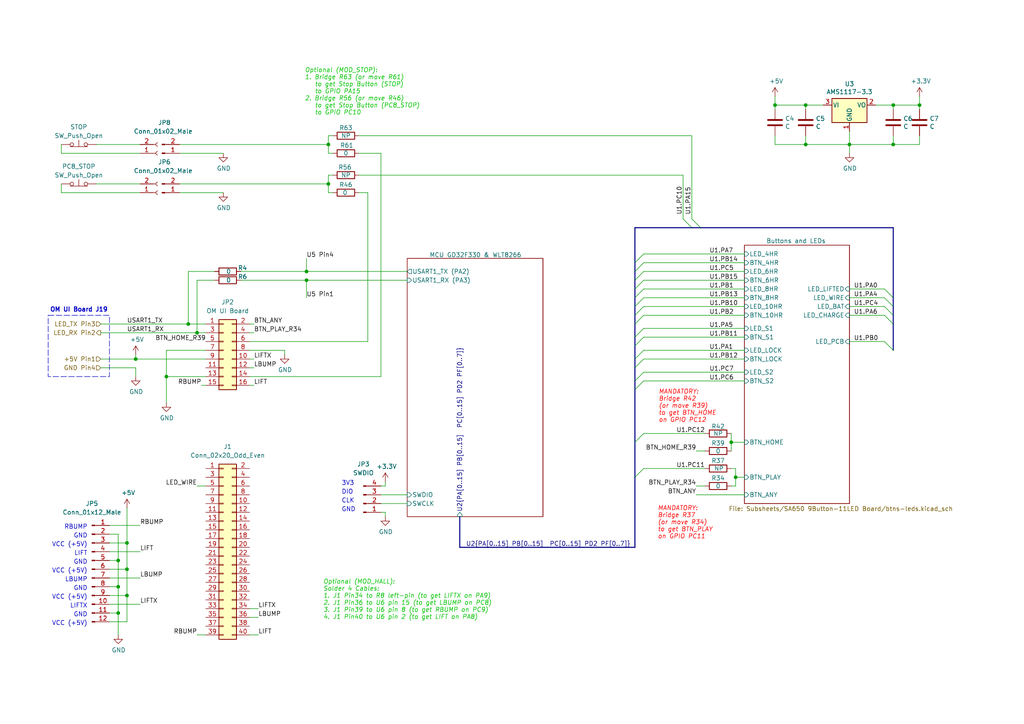
<source format=kicad_sch>
(kicad_sch (version 20231120) (generator "eeschema") (generator_version "8.0")
  (paper "A4")
  (title_block (title "YardForce SA650 9Buttons 11LEDs CoverUI") (date "2024-06-27") (rev "0.1") (comment 1 "(c) Apehaenger") (comment 2 "For https://openmower.de") (comment 3 "RM-ECOW-V1.1.0 2019.02.18 with GD32F330R8T6"))
  (lib_symbols
    (symbol "Connector:Conn_01x02_Female" (pin_names (offset 1.016) hide)
      (property "Reference" "J" (at 0 2.54 0))
      (property "Value" "Conn_01x02_Female" (at 0 -5.08 0))
      (symbol "Conn_01x02_Female_1_1"
        (arc (start 0 -2.032) (mid -0.5058 -2.54) (end 0 -3.048) (stroke (width 0.1524)))
        (polyline (pts (xy -1.27 -2.54) (xy -0.508 -2.54)) (stroke (width 0.1524)))
        (polyline (pts (xy -1.27 0) (xy -0.508 0)) (stroke (width 0.1524)))
        (arc (start 0 0.508) (mid -0.5058 0) (end 0 -0.508) (stroke (width 0.1524)))
        (pin passive line (at -5.08 0 0) (length 3.81) (name "Pin_1") (number "1"))
        (pin passive line (at -5.08 -2.54 0) (length 3.81) (name "Pin_2") (number "2"))
      )
    )
    (symbol "Connector:Conn_01x02_Male" (pin_names (offset 1.016) hide)
      (property "Reference" "J" (at 0 2.54 0))
      (property "Value" "Conn_01x02_Male" (at 0 -5.08 0))
      (symbol "Conn_01x02_Male_1_1"
        (polyline (pts (xy 1.27 -2.54) (xy 0.8636 -2.54)) (stroke (width 0.1524)))
        (polyline (pts (xy 1.27 0) (xy 0.8636 0)) (stroke (width 0.1524)))
        (rectangle (start 0.8636 -2.413) (end 0 -2.667) (stroke (width 0.1524)) (fill (type outline)))
        (rectangle (start 0.8636 0.127) (end 0 -0.127) (stroke (width 0.1524)) (fill (type outline)))
        (pin passive line (at 5.08 0 180) (length 3.81) (name "Pin_1") (number "1"))
        (pin passive line (at 5.08 -2.54 180) (length 3.81) (name "Pin_2") (number "2"))
      )
    )
    (symbol "Connector:Conn_01x04_Male" (pin_names (offset 1.016) hide)
      (property "Reference" "J" (at 0 5.08 0))
      (property "Value" "Conn_01x04_Male" (at 0 -7.62 0))
      (symbol "Conn_01x04_Male_1_1"
        (polyline (pts (xy 1.27 -5.08) (xy 0.8636 -5.08)) (stroke (width 0.1524)))
        (polyline (pts (xy 1.27 -2.54) (xy 0.8636 -2.54)) (stroke (width 0.1524)))
        (polyline (pts (xy 1.27 0) (xy 0.8636 0)) (stroke (width 0.1524)))
        (polyline (pts (xy 1.27 2.54) (xy 0.8636 2.54)) (stroke (width 0.1524)))
        (rectangle (start 0.8636 -4.953) (end 0 -5.207) (stroke (width 0.1524)) (fill (type outline)))
        (rectangle (start 0.8636 -2.413) (end 0 -2.667) (stroke (width 0.1524)) (fill (type outline)))
        (rectangle (start 0.8636 0.127) (end 0 -0.127) (stroke (width 0.1524)) (fill (type outline)))
        (rectangle (start 0.8636 2.667) (end 0 2.413) (stroke (width 0.1524)) (fill (type outline)))
        (pin passive line (at 5.08 2.54 180) (length 3.81) (name "Pin_1") (number "1"))
        (pin passive line (at 5.08 0 180) (length 3.81) (name "Pin_2") (number "2"))
        (pin passive line (at 5.08 -2.54 180) (length 3.81) (name "Pin_3") (number "3"))
        (pin passive line (at 5.08 -5.08 180) (length 3.81) (name "Pin_4") (number "4"))
      )
    )
    (symbol "Connector:Conn_01x12_Male" (pin_names (offset 1.016) hide)
      (property "Reference" "J" (at 0 15.24 0))
      (property "Value" "Conn_01x12_Male" (at 0 -17.78 0))
      (symbol "Conn_01x12_Male_1_1"
        (polyline (pts (xy 1.27 -15.24) (xy 0.8636 -15.24)) (stroke (width 0.1524)))
        (polyline (pts (xy 1.27 -12.7) (xy 0.8636 -12.7)) (stroke (width 0.1524)))
        (polyline (pts (xy 1.27 -10.16) (xy 0.8636 -10.16)) (stroke (width 0.1524)))
        (polyline (pts (xy 1.27 -7.62) (xy 0.8636 -7.62)) (stroke (width 0.1524)))
        (polyline (pts (xy 1.27 -5.08) (xy 0.8636 -5.08)) (stroke (width 0.1524)))
        (polyline (pts (xy 1.27 -2.54) (xy 0.8636 -2.54)) (stroke (width 0.1524)))
        (polyline (pts (xy 1.27 0) (xy 0.8636 0)) (stroke (width 0.1524)))
        (polyline (pts (xy 1.27 2.54) (xy 0.8636 2.54)) (stroke (width 0.1524)))
        (polyline (pts (xy 1.27 5.08) (xy 0.8636 5.08)) (stroke (width 0.1524)))
        (polyline (pts (xy 1.27 7.62) (xy 0.8636 7.62)) (stroke (width 0.1524)))
        (polyline (pts (xy 1.27 10.16) (xy 0.8636 10.16)) (stroke (width 0.1524)))
        (polyline (pts (xy 1.27 12.7) (xy 0.8636 12.7)) (stroke (width 0.1524)))
        (rectangle (start 0.8636 -15.113) (end 0 -15.367) (stroke (width 0.1524)) (fill (type outline)))
        (rectangle (start 0.8636 -12.573) (end 0 -12.827) (stroke (width 0.1524)) (fill (type outline)))
        (rectangle (start 0.8636 -10.033) (end 0 -10.287) (stroke (width 0.1524)) (fill (type outline)))
        (rectangle (start 0.8636 -7.493) (end 0 -7.747) (stroke (width 0.1524)) (fill (type outline)))
        (rectangle (start 0.8636 -4.953) (end 0 -5.207) (stroke (width 0.1524)) (fill (type outline)))
        (rectangle (start 0.8636 -2.413) (end 0 -2.667) (stroke (width 0.1524)) (fill (type outline)))
        (rectangle (start 0.8636 0.127) (end 0 -0.127) (stroke (width 0.1524)) (fill (type outline)))
        (rectangle (start 0.8636 2.667) (end 0 2.413) (stroke (width 0.1524)) (fill (type outline)))
        (rectangle (start 0.8636 5.207) (end 0 4.953) (stroke (width 0.1524)) (fill (type outline)))
        (rectangle (start 0.8636 7.747) (end 0 7.493) (stroke (width 0.1524)) (fill (type outline)))
        (rectangle (start 0.8636 10.287) (end 0 10.033) (stroke (width 0.1524)) (fill (type outline)))
        (rectangle (start 0.8636 12.827) (end 0 12.573) (stroke (width 0.1524)) (fill (type outline)))
        (pin passive line (at 5.08 12.7 180) (length 3.81) (name "Pin_1") (number "1"))
        (pin passive line (at 5.08 -10.16 180) (length 3.81) (name "Pin_10") (number "10"))
        (pin passive line (at 5.08 -12.7 180) (length 3.81) (name "Pin_11") (number "11"))
        (pin passive line (at 5.08 -15.24 180) (length 3.81) (name "Pin_12") (number "12"))
        (pin passive line (at 5.08 10.16 180) (length 3.81) (name "Pin_2") (number "2"))
        (pin passive line (at 5.08 7.62 180) (length 3.81) (name "Pin_3") (number "3"))
        (pin passive line (at 5.08 5.08 180) (length 3.81) (name "Pin_4") (number "4"))
        (pin passive line (at 5.08 2.54 180) (length 3.81) (name "Pin_5") (number "5"))
        (pin passive line (at 5.08 0 180) (length 3.81) (name "Pin_6") (number "6"))
        (pin passive line (at 5.08 -2.54 180) (length 3.81) (name "Pin_7") (number "7"))
        (pin passive line (at 5.08 -5.08 180) (length 3.81) (name "Pin_8") (number "8"))
        (pin passive line (at 5.08 -7.62 180) (length 3.81) (name "Pin_9") (number "9"))
      )
    )
    (symbol "Connector_Generic:Conn_02x08_Odd_Even" (pin_names (offset 1.016) hide)
      (property "Reference" "J" (at 1.27 10.16 0))
      (property "Value" "Conn_02x08_Odd_Even" (at 1.27 -12.7 0))
      (symbol "Conn_02x08_Odd_Even_1_1"
        (rectangle (start -1.27 -10.033) (end 0 -10.287) (stroke (width 0.1524)))
        (rectangle (start -1.27 -7.493) (end 0 -7.747) (stroke (width 0.1524)))
        (rectangle (start -1.27 -4.953) (end 0 -5.207) (stroke (width 0.1524)))
        (rectangle (start -1.27 -2.413) (end 0 -2.667) (stroke (width 0.1524)))
        (rectangle (start -1.27 0.127) (end 0 -0.127) (stroke (width 0.1524)))
        (rectangle (start -1.27 2.667) (end 0 2.413) (stroke (width 0.1524)))
        (rectangle (start -1.27 5.207) (end 0 4.953) (stroke (width 0.1524)))
        (rectangle (start -1.27 7.747) (end 0 7.493) (stroke (width 0.1524)))
        (rectangle (start -1.27 8.89) (end 3.81 -11.43) (stroke (width 0.254)) (fill (type background)))
        (rectangle (start 3.81 -10.033) (end 2.54 -10.287) (stroke (width 0.1524)))
        (rectangle (start 3.81 -7.493) (end 2.54 -7.747) (stroke (width 0.1524)))
        (rectangle (start 3.81 -4.953) (end 2.54 -5.207) (stroke (width 0.1524)))
        (rectangle (start 3.81 -2.413) (end 2.54 -2.667) (stroke (width 0.1524)))
        (rectangle (start 3.81 0.127) (end 2.54 -0.127) (stroke (width 0.1524)))
        (rectangle (start 3.81 2.667) (end 2.54 2.413) (stroke (width 0.1524)))
        (rectangle (start 3.81 5.207) (end 2.54 4.953) (stroke (width 0.1524)))
        (rectangle (start 3.81 7.747) (end 2.54 7.493) (stroke (width 0.1524)))
        (pin passive line (at -5.08 7.62 0) (length 3.81) (name "Pin_1") (number "1"))
        (pin passive line (at 7.62 -2.54 180) (length 3.81) (name "Pin_10") (number "10"))
        (pin passive line (at -5.08 -5.08 0) (length 3.81) (name "Pin_11") (number "11"))
        (pin passive line (at 7.62 -5.08 180) (length 3.81) (name "Pin_12") (number "12"))
        (pin passive line (at -5.08 -7.62 0) (length 3.81) (name "Pin_13") (number "13"))
        (pin passive line (at 7.62 -7.62 180) (length 3.81) (name "Pin_14") (number "14"))
        (pin passive line (at -5.08 -10.16 0) (length 3.81) (name "Pin_15") (number "15"))
        (pin passive line (at 7.62 -10.16 180) (length 3.81) (name "Pin_16") (number "16"))
        (pin passive line (at 7.62 7.62 180) (length 3.81) (name "Pin_2") (number "2"))
        (pin passive line (at -5.08 5.08 0) (length 3.81) (name "Pin_3") (number "3"))
        (pin passive line (at 7.62 5.08 180) (length 3.81) (name "Pin_4") (number "4"))
        (pin passive line (at -5.08 2.54 0) (length 3.81) (name "Pin_5") (number "5"))
        (pin passive line (at 7.62 2.54 180) (length 3.81) (name "Pin_6") (number "6"))
        (pin passive line (at -5.08 0 0) (length 3.81) (name "Pin_7") (number "7"))
        (pin passive line (at 7.62 0 180) (length 3.81) (name "Pin_8") (number "8"))
        (pin passive line (at -5.08 -2.54 0) (length 3.81) (name "Pin_9") (number "9"))
      )
    )
    (symbol "Connector_Generic:Conn_02x20_Odd_Even" (pin_names (offset 1.016) hide)
      (property "Reference" "J" (at 1.27 25.4 0))
      (property "Value" "Conn_02x20_Odd_Even" (at 1.27 -27.94 0))
      (symbol "Conn_02x20_Odd_Even_1_1"
        (rectangle (start -1.27 -25.273) (end 0 -25.527) (stroke (width 0.1524)))
        (rectangle (start -1.27 -22.733) (end 0 -22.987) (stroke (width 0.1524)))
        (rectangle (start -1.27 -20.193) (end 0 -20.447) (stroke (width 0.1524)))
        (rectangle (start -1.27 -17.653) (end 0 -17.907) (stroke (width 0.1524)))
        (rectangle (start -1.27 -15.113) (end 0 -15.367) (stroke (width 0.1524)))
        (rectangle (start -1.27 -12.573) (end 0 -12.827) (stroke (width 0.1524)))
        (rectangle (start -1.27 -10.033) (end 0 -10.287) (stroke (width 0.1524)))
        (rectangle (start -1.27 -7.493) (end 0 -7.747) (stroke (width 0.1524)))
        (rectangle (start -1.27 -4.953) (end 0 -5.207) (stroke (width 0.1524)))
        (rectangle (start -1.27 -2.413) (end 0 -2.667) (stroke (width 0.1524)))
        (rectangle (start -1.27 0.127) (end 0 -0.127) (stroke (width 0.1524)))
        (rectangle (start -1.27 2.667) (end 0 2.413) (stroke (width 0.1524)))
        (rectangle (start -1.27 5.207) (end 0 4.953) (stroke (width 0.1524)))
        (rectangle (start -1.27 7.747) (end 0 7.493) (stroke (width 0.1524)))
        (rectangle (start -1.27 10.287) (end 0 10.033) (stroke (width 0.1524)))
        (rectangle (start -1.27 12.827) (end 0 12.573) (stroke (width 0.1524)))
        (rectangle (start -1.27 15.367) (end 0 15.113) (stroke (width 0.1524)))
        (rectangle (start -1.27 17.907) (end 0 17.653) (stroke (width 0.1524)))
        (rectangle (start -1.27 20.447) (end 0 20.193) (stroke (width 0.1524)))
        (rectangle (start -1.27 22.987) (end 0 22.733) (stroke (width 0.1524)))
        (rectangle (start -1.27 24.13) (end 3.81 -26.67) (stroke (width 0.254)) (fill (type background)))
        (rectangle (start 3.81 -25.273) (end 2.54 -25.527) (stroke (width 0.1524)))
        (rectangle (start 3.81 -22.733) (end 2.54 -22.987) (stroke (width 0.1524)))
        (rectangle (start 3.81 -20.193) (end 2.54 -20.447) (stroke (width 0.1524)))
        (rectangle (start 3.81 -17.653) (end 2.54 -17.907) (stroke (width 0.1524)))
        (rectangle (start 3.81 -15.113) (end 2.54 -15.367) (stroke (width 0.1524)))
        (rectangle (start 3.81 -12.573) (end 2.54 -12.827) (stroke (width 0.1524)))
        (rectangle (start 3.81 -10.033) (end 2.54 -10.287) (stroke (width 0.1524)))
        (rectangle (start 3.81 -7.493) (end 2.54 -7.747) (stroke (width 0.1524)))
        (rectangle (start 3.81 -4.953) (end 2.54 -5.207) (stroke (width 0.1524)))
        (rectangle (start 3.81 -2.413) (end 2.54 -2.667) (stroke (width 0.1524)))
        (rectangle (start 3.81 0.127) (end 2.54 -0.127) (stroke (width 0.1524)))
        (rectangle (start 3.81 2.667) (end 2.54 2.413) (stroke (width 0.1524)))
        (rectangle (start 3.81 5.207) (end 2.54 4.953) (stroke (width 0.1524)))
        (rectangle (start 3.81 7.747) (end 2.54 7.493) (stroke (width 0.1524)))
        (rectangle (start 3.81 10.287) (end 2.54 10.033) (stroke (width 0.1524)))
        (rectangle (start 3.81 12.827) (end 2.54 12.573) (stroke (width 0.1524)))
        (rectangle (start 3.81 15.367) (end 2.54 15.113) (stroke (width 0.1524)))
        (rectangle (start 3.81 17.907) (end 2.54 17.653) (stroke (width 0.1524)))
        (rectangle (start 3.81 20.447) (end 2.54 20.193) (stroke (width 0.1524)))
        (rectangle (start 3.81 22.987) (end 2.54 22.733) (stroke (width 0.1524)))
        (pin passive line (at -5.08 22.86 0) (length 3.81) (name "Pin_1") (number "1"))
        (pin passive line (at 7.62 12.7 180) (length 3.81) (name "Pin_10") (number "10"))
        (pin passive line (at -5.08 10.16 0) (length 3.81) (name "Pin_11") (number "11"))
        (pin passive line (at 7.62 10.16 180) (length 3.81) (name "Pin_12") (number "12"))
        (pin passive line (at -5.08 7.62 0) (length 3.81) (name "Pin_13") (number "13"))
        (pin passive line (at 7.62 7.62 180) (length 3.81) (name "Pin_14") (number "14"))
        (pin passive line (at -5.08 5.08 0) (length 3.81) (name "Pin_15") (number "15"))
        (pin passive line (at 7.62 5.08 180) (length 3.81) (name "Pin_16") (number "16"))
        (pin passive line (at -5.08 2.54 0) (length 3.81) (name "Pin_17") (number "17"))
        (pin passive line (at 7.62 2.54 180) (length 3.81) (name "Pin_18") (number "18"))
        (pin passive line (at -5.08 0 0) (length 3.81) (name "Pin_19") (number "19"))
        (pin passive line (at 7.62 22.86 180) (length 3.81) (name "Pin_2") (number "2"))
        (pin passive line (at 7.62 0 180) (length 3.81) (name "Pin_20") (number "20"))
        (pin passive line (at -5.08 -2.54 0) (length 3.81) (name "Pin_21") (number "21"))
        (pin passive line (at 7.62 -2.54 180) (length 3.81) (name "Pin_22") (number "22"))
        (pin passive line (at -5.08 -5.08 0) (length 3.81) (name "Pin_23") (number "23"))
        (pin passive line (at 7.62 -5.08 180) (length 3.81) (name "Pin_24") (number "24"))
        (pin passive line (at -5.08 -7.62 0) (length 3.81) (name "Pin_25") (number "25"))
        (pin passive line (at 7.62 -7.62 180) (length 3.81) (name "Pin_26") (number "26"))
        (pin passive line (at -5.08 -10.16 0) (length 3.81) (name "Pin_27") (number "27"))
        (pin passive line (at 7.62 -10.16 180) (length 3.81) (name "Pin_28") (number "28"))
        (pin passive line (at -5.08 -12.7 0) (length 3.81) (name "Pin_29") (number "29"))
        (pin passive line (at -5.08 20.32 0) (length 3.81) (name "Pin_3") (number "3"))
        (pin passive line (at 7.62 -12.7 180) (length 3.81) (name "Pin_30") (number "30"))
        (pin passive line (at -5.08 -15.24 0) (length 3.81) (name "Pin_31") (number "31"))
        (pin passive line (at 7.62 -15.24 180) (length 3.81) (name "Pin_32") (number "32"))
        (pin passive line (at -5.08 -17.78 0) (length 3.81) (name "Pin_33") (number "33"))
        (pin passive line (at 7.62 -17.78 180) (length 3.81) (name "Pin_34") (number "34"))
        (pin passive line (at -5.08 -20.32 0) (length 3.81) (name "Pin_35") (number "35"))
        (pin passive line (at 7.62 -20.32 180) (length 3.81) (name "Pin_36") (number "36"))
        (pin passive line (at -5.08 -22.86 0) (length 3.81) (name "Pin_37") (number "37"))
        (pin passive line (at 7.62 -22.86 180) (length 3.81) (name "Pin_38") (number "38"))
        (pin passive line (at -5.08 -25.4 0) (length 3.81) (name "Pin_39") (number "39"))
        (pin passive line (at 7.62 20.32 180) (length 3.81) (name "Pin_4") (number "4"))
        (pin passive line (at 7.62 -25.4 180) (length 3.81) (name "Pin_40") (number "40"))
        (pin passive line (at -5.08 17.78 0) (length 3.81) (name "Pin_5") (number "5"))
        (pin passive line (at 7.62 17.78 180) (length 3.81) (name "Pin_6") (number "6"))
        (pin passive line (at -5.08 15.24 0) (length 3.81) (name "Pin_7") (number "7"))
        (pin passive line (at 7.62 15.24 180) (length 3.81) (name "Pin_8") (number "8"))
        (pin passive line (at -5.08 12.7 0) (length 3.81) (name "Pin_9") (number "9"))
      )
    )
    (symbol "Device:C" (pin_numbers hide) (pin_names (offset 0.254))
      (property "Reference" "C" (at 0.635 2.54 0))
      (property "Value" "C" (at 0.635 -2.54 0))
      (symbol "C_0_1"
        (polyline (pts (xy -2.032 -0.762) (xy 2.032 -0.762)) (stroke (width 0.508)))
        (polyline (pts (xy -2.032 0.762) (xy 2.032 0.762)) (stroke (width 0.508)))
      )
      (symbol "C_1_1"
        (pin passive line (at 0 3.81 270) (length 2.794) (name "~") (number "1"))
        (pin passive line (at 0 -3.81 90) (length 2.794) (name "~") (number "2"))
      )
    )
    (symbol "Device:R" (pin_numbers hide) (pin_names (offset 0))
      (property "Reference" "R" (at 2.032 0 90))
      (property "Value" "R" (at 0 0 90))
      (symbol "R_0_1"
        (rectangle (start -1.016 -2.54) (end 1.016 2.54) (stroke (width 0.254)))
      )
      (symbol "R_1_1"
        (pin passive line (at 0 3.81 270) (length 1.27) (name "~") (number "1"))
        (pin passive line (at 0 -3.81 90) (length 1.27) (name "~") (number "2"))
      )
    )
    (symbol "Regulator_Linear:AMS1117-3.3" (pin_names (offset 0.254))
      (property "Reference" "U" (at -3.81 3.175 0))
      (property "Value" "AMS1117-3.3" (at 0 3.175 0))
      (symbol "AMS1117-3.3_0_1"
        (rectangle (start -5.08 -5.08) (end 5.08 1.905) (stroke (width 0.254)) (fill (type background)))
      )
      (symbol "AMS1117-3.3_1_1"
        (pin power_in line (at 0 -7.62 90) (length 2.54) (name "GND") (number "1"))
        (pin power_out line (at 7.62 0 180) (length 2.54) (name "VO") (number "2"))
        (pin power_in line (at -7.62 0 0) (length 2.54) (name "VI") (number "3"))
      )
    )
    (symbol "Switch:SW_Push_Open" (pin_numbers hide) (pin_names (offset 1.016) hide)
      (property "Reference" "SW" (at 0 2.54 0))
      (property "Value" "SW_Push_Open" (at 0 -1.905 0))
      (symbol "SW_Push_Open_0_1"
        (circle (center -2.032 0) (radius 0.508))
        (polyline (pts (xy -2.54 -0.635) (xy 2.54 -0.635)))
        (polyline (pts (xy 0 -0.635) (xy 0 1.27)))
        (circle (center 2.032 0) (radius 0.508))
        (pin passive line (at -5.08 0 0) (length 2.54) (name "A") (number "1"))
      )
      (symbol "SW_Push_Open_1_1"
        (pin passive line (at 5.08 0 180) (length 2.54) (name "B") (number "2"))
      )
    )
    (symbol "power:+3.3V" (power) (pin_names (offset 0))
      (property "Value" "+3.3V" (at 0 3.556 0))
      (symbol "+3.3V_0_1"
        (polyline (pts (xy -0.762 1.27) (xy 0 2.54)))
        (polyline (pts (xy 0 0) (xy 0 2.54)))
        (polyline (pts (xy 0 2.54) (xy 0.762 1.27)))
      )
      (symbol "+3.3V_1_1"
        (pin power_in line (at 0 0 90) (length 0) hide (name "+3.3V") (number "1"))
      )
    )
    (symbol "power:+5V" (power) (pin_names (offset 0))
      (property "Value" "+5V" (at 0 3.556 0))
      (symbol "+5V_0_1"
        (polyline (pts (xy -0.762 1.27) (xy 0 2.54)))
        (polyline (pts (xy 0 0) (xy 0 2.54)))
        (polyline (pts (xy 0 2.54) (xy 0.762 1.27)))
      )
      (symbol "+5V_1_1"
        (pin power_in line (at 0 0 90) (length 0) hide (name "+5V") (number "1"))
      )
    )
    (symbol "power:GND" (power) (pin_names (offset 0))
      (property "Value" "GND" (at 0 -3.81 0))
      (symbol "GND_0_1"
        (polyline (pts (xy 0 0) (xy 0 -1.27) (xy 1.27 -1.27) (xy 0 -2.54) (xy -1.27 -1.27) (xy 0 -1.27)))
      )
      (symbol "GND_1_1"
        (pin power_in line (at 0 0 270) (length 0) hide (name "GND") (number "1"))
      )
    )
  )
  (junction (at 57.15 96.52))
  (junction (at 34.29 162.56))
  (junction (at 88.9 78.74))
  (junction (at 233.68 41.91))
  (junction (at 246.38 41.91))
  (junction (at 34.29 170.18))
  (junction (at 39.37 104.14))
  (junction (at 259.08 41.91))
  (junction (at 259.08 30.48))
  (junction (at 233.68 30.48))
  (junction (at 36.83 172.72))
  (junction (at 88.9 81.28))
  (junction (at 95.25 41.91))
  (junction (at 48.26 109.22))
  (junction (at 54.61 93.98))
  (junction (at 34.29 177.8))
  (junction (at 95.25 53.34))
  (junction (at 266.7 30.48))
  (junction (at 212.09 128.27))
  (junction (at 213.36 138.43))
  (junction (at 36.83 157.48))
  (junction (at 224.79 30.48))
  (junction (at 36.83 165.1))
  (bus_entry (at 184.15 104.14) (size 2.54 -2.54))
  (bus_entry (at 184.15 106.68) (size 2.54 -2.54))
  (bus_entry (at 184.15 83.82) (size 2.54 -2.54))
  (bus_entry (at 184.15 100.33) (size 2.54 -2.54))
  (bus_entry (at 198.12 63.5) (size 2.54 2.54))
  (bus_entry (at 259.08 101.6) (size -2.54 -2.54))
  (bus_entry (at 184.15 88.9) (size 2.54 -2.54))
  (bus_entry (at 184.15 91.44) (size 2.54 -2.54))
  (bus_entry (at 184.15 128.27) (size 2.54 -2.54))
  (bus_entry (at 259.08 88.9) (size -2.54 -2.54))
  (bus_entry (at 184.15 110.49) (size 2.54 -2.54))
  (bus_entry (at 184.15 97.79) (size 2.54 -2.54))
  (bus_entry (at 184.15 113.03) (size 2.54 -2.54))
  (bus_entry (at 184.15 81.28) (size 2.54 -2.54))
  (bus_entry (at 259.08 93.98) (size -2.54 -2.54))
  (bus_entry (at 259.08 91.44) (size -2.54 -2.54))
  (bus_entry (at 184.15 86.36) (size 2.54 -2.54))
  (bus_entry (at 184.15 93.98) (size 2.54 -2.54))
  (bus_entry (at 200.66 63.5) (size 2.54 2.54))
  (bus_entry (at 184.15 138.43) (size 2.54 -2.54))
  (bus_entry (at 184.15 76.2) (size 2.54 -2.54))
  (bus_entry (at 259.08 86.36) (size -2.54 -2.54))
  (bus_entry (at 184.15 78.74) (size 2.54 -2.54))
  (wire (pts (xy 246.38 88.9) (xy 256.54 88.9)))
  (wire (pts (xy 266.7 30.48) (xy 266.7 31.75)))
  (wire (pts (xy 57.15 96.52) (xy 59.69 96.52)))
  (wire (pts (xy 224.79 30.48) (xy 224.79 31.75)))
  (bus (pts (xy 184.15 86.36) (xy 184.15 83.82)))
  (wire (pts (xy 186.69 97.79) (xy 215.9 97.79)))
  (wire (pts (xy 54.61 78.74) (xy 62.23 78.74)))
  (wire (pts (xy 186.69 83.82) (xy 215.9 83.82)))
  (wire (pts (xy 212.09 128.27) (xy 212.09 130.81)))
  (wire (pts (xy 213.36 138.43) (xy 215.9 138.43)))
  (wire (pts (xy 40.64 55.88) (xy 17.78 55.88)))
  (wire (pts (xy 104.14 50.8) (xy 198.12 50.8)))
  (wire (pts (xy 213.36 140.97) (xy 213.36 138.43)))
  (wire (pts (xy 233.68 30.48) (xy 238.76 30.48)))
  (wire (pts (xy 31.75 172.72) (xy 36.83 172.72)))
  (wire (pts (xy 95.25 55.88) (xy 96.52 55.88)))
  (wire (pts (xy 110.49 44.45) (xy 110.49 109.22)))
  (wire (pts (xy 110.49 148.59) (xy 111.76 148.59)))
  (wire (pts (xy 52.07 44.45) (xy 64.77 44.45)))
  (wire (pts (xy 88.9 74.93) (xy 88.9 78.74)))
  (wire (pts (xy 259.08 30.48) (xy 266.7 30.48)))
  (bus (pts (xy 184.15 104.14) (xy 184.15 106.68)))
  (wire (pts (xy 73.66 106.68) (xy 72.39 106.68)))
  (wire (pts (xy 246.38 38.1) (xy 246.38 41.91)))
  (wire (pts (xy 200.66 39.37) (xy 200.66 63.5)))
  (wire (pts (xy 29.21 96.52) (xy 57.15 96.52)))
  (wire (pts (xy 110.49 146.05) (xy 118.11 146.05)))
  (bus (pts (xy 259.08 86.36) (xy 259.08 88.9)))
  (bus (pts (xy 184.15 81.28) (xy 184.15 83.82)))
  (wire (pts (xy 95.25 53.34) (xy 95.25 55.88)))
  (wire (pts (xy 29.21 93.98) (xy 54.61 93.98)))
  (wire (pts (xy 39.37 104.14) (xy 59.69 104.14)))
  (wire (pts (xy 201.93 140.97) (xy 204.47 140.97)))
  (wire (pts (xy 246.38 86.36) (xy 256.54 86.36)))
  (wire (pts (xy 69.85 81.28) (xy 88.9 81.28)))
  (wire (pts (xy 95.25 41.91) (xy 52.07 41.91)))
  (wire (pts (xy 186.69 76.2) (xy 215.9 76.2)))
  (wire (pts (xy 186.69 125.73) (xy 204.47 125.73)))
  (wire (pts (xy 104.14 39.37) (xy 200.66 39.37)))
  (wire (pts (xy 39.37 106.68) (xy 39.37 109.22)))
  (wire (pts (xy 74.93 184.15) (xy 72.39 184.15)))
  (wire (pts (xy 48.26 109.22) (xy 59.69 109.22)))
  (wire (pts (xy 266.7 41.91) (xy 266.7 39.37)))
  (wire (pts (xy 212.09 140.97) (xy 213.36 140.97)))
  (wire (pts (xy 57.15 140.97) (xy 59.69 140.97)))
  (wire (pts (xy 95.25 44.45) (xy 95.25 41.91)))
  (wire (pts (xy 54.61 78.74) (xy 54.61 93.98)))
  (wire (pts (xy 95.25 39.37) (xy 95.25 41.91)))
  (wire (pts (xy 82.55 101.6) (xy 82.55 102.87)))
  (wire (pts (xy 110.49 143.51) (xy 118.11 143.51)))
  (wire (pts (xy 110.49 44.45) (xy 104.14 44.45)))
  (wire (pts (xy 186.69 107.95) (xy 215.9 107.95)))
  (wire (pts (xy 186.69 135.89) (xy 204.47 135.89)))
  (wire (pts (xy 88.9 78.74) (xy 118.11 78.74)))
  (wire (pts (xy 224.79 30.48) (xy 233.68 30.48)))
  (wire (pts (xy 186.69 81.28) (xy 215.9 81.28)))
  (wire (pts (xy 186.69 104.14) (xy 215.9 104.14)))
  (wire (pts (xy 110.49 140.97) (xy 111.76 140.97)))
  (wire (pts (xy 186.69 101.6) (xy 215.9 101.6)))
  (wire (pts (xy 246.38 41.91) (xy 259.08 41.91)))
  (wire (pts (xy 254 30.48) (xy 259.08 30.48)))
  (wire (pts (xy 88.9 81.28) (xy 118.11 81.28)))
  (wire (pts (xy 259.08 41.91) (xy 266.7 41.91)))
  (wire (pts (xy 224.79 39.37) (xy 224.79 41.91)))
  (wire (pts (xy 106.68 99.06) (xy 72.39 99.06)))
  (wire (pts (xy 72.39 101.6) (xy 82.55 101.6)))
  (wire (pts (xy 74.93 179.07) (xy 72.39 179.07)))
  (bus (pts (xy 259.08 88.9) (xy 259.08 91.44)))
  (wire (pts (xy 59.69 101.6) (xy 48.26 101.6)))
  (wire (pts (xy 73.66 96.52) (xy 72.39 96.52)))
  (wire (pts (xy 186.69 110.49) (xy 215.9 110.49)))
  (bus (pts (xy 184.15 110.49) (xy 184.15 113.03)))
  (bus (pts (xy 184.15 86.36) (xy 184.15 88.9)))
  (wire (pts (xy 233.68 39.37) (xy 233.68 41.91)))
  (bus (pts (xy 184.15 128.27) (xy 184.15 138.43)))
  (wire (pts (xy 39.37 102.87) (xy 39.37 104.14)))
  (wire (pts (xy 57.15 81.28) (xy 62.23 81.28)))
  (bus (pts (xy 184.15 91.44) (xy 184.15 93.98)))
  (wire (pts (xy 58.42 111.76) (xy 59.69 111.76)))
  (wire (pts (xy 31.75 154.94) (xy 34.29 154.94)))
  (bus (pts (xy 184.15 100.33) (xy 184.15 104.14)))
  (wire (pts (xy 40.64 44.45) (xy 17.78 44.45)))
  (wire (pts (xy 213.36 135.89) (xy 213.36 138.43)))
  (wire (pts (xy 88.9 86.36) (xy 88.9 81.28)))
  (wire (pts (xy 201.93 143.51) (xy 215.9 143.51)))
  (bus (pts (xy 184.15 113.03) (xy 184.15 128.27)))
  (wire (pts (xy 224.79 30.48) (xy 224.79 27.94)))
  (bus (pts (xy 184.15 106.68) (xy 184.15 110.49)))
  (bus (pts (xy 184.15 88.9) (xy 184.15 91.44)))
  (wire (pts (xy 246.38 41.91) (xy 246.38 44.45)))
  (wire (pts (xy 31.75 162.56) (xy 34.29 162.56)))
  (wire (pts (xy 69.85 78.74) (xy 88.9 78.74)))
  (wire (pts (xy 224.79 41.91) (xy 233.68 41.91)))
  (bus (pts (xy 259.08 91.44) (xy 259.08 93.98)))
  (wire (pts (xy 198.12 50.8) (xy 198.12 63.5)))
  (bus (pts (xy 184.15 97.79) (xy 184.15 100.33)))
  (wire (pts (xy 104.14 55.88) (xy 106.68 55.88)))
  (wire (pts (xy 186.69 86.36) (xy 215.9 86.36)))
  (bus (pts (xy 203.2 66.04) (xy 259.08 66.04)))
  (wire (pts (xy 213.36 135.89) (xy 212.09 135.89)))
  (wire (pts (xy 96.52 44.45) (xy 95.25 44.45)))
  (wire (pts (xy 36.83 147.32) (xy 36.83 157.48)))
  (bus (pts (xy 200.66 66.04) (xy 203.2 66.04)))
  (wire (pts (xy 31.75 177.8) (xy 34.29 177.8)))
  (wire (pts (xy 186.69 91.44) (xy 215.9 91.44)))
  (wire (pts (xy 201.93 130.81) (xy 204.47 130.81)))
  (wire (pts (xy 40.64 175.26) (xy 31.75 175.26)))
  (wire (pts (xy 29.21 106.68) (xy 39.37 106.68)))
  (wire (pts (xy 96.52 50.8) (xy 95.25 50.8)))
  (wire (pts (xy 186.69 78.74) (xy 215.9 78.74)))
  (wire (pts (xy 17.78 44.45) (xy 17.78 41.91)))
  (wire (pts (xy 73.66 104.14) (xy 72.39 104.14)))
  (bus (pts (xy 184.15 66.04) (xy 200.66 66.04)))
  (bus (pts (xy 133.35 158.75) (xy 133.35 149.86)))
  (bus (pts (xy 184.15 76.2) (xy 184.15 78.74)))
  (wire (pts (xy 34.29 170.18) (xy 34.29 177.8)))
  (wire (pts (xy 246.38 99.06) (xy 256.54 99.06)))
  (wire (pts (xy 186.69 95.25) (xy 215.9 95.25)))
  (wire (pts (xy 31.75 152.4) (xy 40.64 152.4)))
  (wire (pts (xy 52.07 53.34) (xy 95.25 53.34)))
  (bus (pts (xy 184.15 76.2) (xy 184.15 66.04)))
  (wire (pts (xy 27.94 53.34) (xy 40.64 53.34)))
  (wire (pts (xy 95.25 39.37) (xy 96.52 39.37)))
  (wire (pts (xy 95.25 50.8) (xy 95.25 53.34)))
  (wire (pts (xy 34.29 154.94) (xy 34.29 162.56)))
  (wire (pts (xy 57.15 81.28) (xy 57.15 96.52)))
  (wire (pts (xy 17.78 55.88) (xy 17.78 53.34)))
  (wire (pts (xy 36.83 165.1) (xy 36.83 157.48)))
  (wire (pts (xy 186.69 88.9) (xy 215.9 88.9)))
  (bus (pts (xy 259.08 93.98) (xy 259.08 101.6)))
  (wire (pts (xy 36.83 172.72) (xy 36.83 165.1)))
  (wire (pts (xy 246.38 91.44) (xy 256.54 91.44)))
  (wire (pts (xy 52.07 55.88) (xy 64.77 55.88)))
  (wire (pts (xy 31.75 170.18) (xy 34.29 170.18)))
  (wire (pts (xy 31.75 180.34) (xy 36.83 180.34)))
  (wire (pts (xy 246.38 83.82) (xy 256.54 83.82)))
  (wire (pts (xy 74.93 176.53) (xy 72.39 176.53)))
  (wire (pts (xy 31.75 157.48) (xy 36.83 157.48)))
  (bus (pts (xy 184.15 93.98) (xy 184.15 97.79)))
  (wire (pts (xy 72.39 111.76) (xy 73.66 111.76)))
  (wire (pts (xy 48.26 101.6) (xy 48.26 109.22)))
  (wire (pts (xy 233.68 31.75) (xy 233.68 30.48)))
  (wire (pts (xy 110.49 109.22) (xy 72.39 109.22)))
  (wire (pts (xy 111.76 140.97) (xy 111.76 139.7)))
  (wire (pts (xy 31.75 167.64) (xy 40.64 167.64)))
  (bus (pts (xy 184.15 158.75) (xy 184.15 138.43)))
  (bus (pts (xy 259.08 66.04) (xy 259.08 86.36)))
  (wire (pts (xy 212.09 125.73) (xy 212.09 128.27)))
  (wire (pts (xy 31.75 160.02) (xy 40.64 160.02)))
  (wire (pts (xy 34.29 162.56) (xy 34.29 170.18)))
  (bus (pts (xy 133.35 158.75) (xy 184.15 158.75)))
  (wire (pts (xy 212.09 128.27) (xy 215.9 128.27)))
  (wire (pts (xy 57.15 184.15) (xy 59.69 184.15)))
  (wire (pts (xy 233.68 41.91) (xy 246.38 41.91)))
  (wire (pts (xy 259.08 30.48) (xy 259.08 31.75)))
  (wire (pts (xy 266.7 30.48) (xy 266.7 27.94)))
  (wire (pts (xy 54.61 93.98) (xy 59.69 93.98)))
  (wire (pts (xy 31.75 165.1) (xy 36.83 165.1)))
  (wire (pts (xy 111.76 148.59) (xy 111.76 149.86)))
  (wire (pts (xy 73.66 93.98) (xy 72.39 93.98)))
  (wire (pts (xy 36.83 180.34) (xy 36.83 172.72)))
  (wire (pts (xy 106.68 55.88) (xy 106.68 99.06)))
  (wire (pts (xy 29.21 104.14) (xy 39.37 104.14)))
  (bus (pts (xy 184.15 78.74) (xy 184.15 81.28)))
  (wire (pts (xy 34.29 177.8) (xy 34.29 184.15)))
  (wire (pts (xy 27.94 41.91) (xy 40.64 41.91)))
  (wire (pts (xy 48.26 109.22) (xy 48.26 116.84)))
  (wire (pts (xy 186.69 73.66) (xy 215.9 73.66)))
  (wire (pts (xy 259.08 39.37) (xy 259.08 41.91)))
  (rectangle (start 13.97 91.44) (end 31.75 109.22) (stroke (width 0) (type dash)))
  (text "DIO" (at 99.06 143.51 0) (effects (font (size 1.27 1.27)) (justify left bottom)))
  (text "3V3" (at 99.06 140.97 0) (effects (font (size 1.27 1.27)) (justify left bottom)))
  (text "VCC (+5V)" (at 25.4 166.37 0) (effects (font (size 1.27 1.27)) (justify right bottom)))
  (text "GND" (at 25.4 171.45 0) (effects (font (size 1.27 1.27)) (justify right bottom)))
  (text "OM UI Board J19" (at 14.478 90.678 0) (effects (font (size 1.27 1.27) (thickness 0.254) (bold yes)) (justify left bottom)))
  (text "GND" (at 25.4 179.07 0) (effects (font (size 1.27 1.27)) (justify right bottom)))
  (text "RBUMP" (at 25.4 153.67 0) (effects (font (size 1.27 1.27)) (justify right bottom)))
  (text "CLK" (at 99.06 146.05 0) (effects (font (size 1.27 1.27)) (justify left bottom)))
  (text "LBUMP" (at 25.4 168.91 0) (effects (font (size 1.27 1.27)) (justify right bottom)))
  (text "LIFTX" (at 25.4 176.53 0) (effects (font (size 1.27 1.27)) (justify right bottom)))
  (text "MANDATORY:\nBridge R37\n(or move R34)\nto get BTN_PLAY\non GPIO PC11" (at 190.754 156.464 0) (effects (font (size 1.27 1.27) (italic yes)) (justify left bottom)))
  (text "VCC (+5V)" (at 25.4 158.75 0) (effects (font (size 1.27 1.27)) (justify right bottom)))
  (text "GND" (at 25.4 163.83 0) (effects (font (size 1.27 1.27)) (justify right bottom)))
  (text "GND" (at 99.06 148.59 0) (effects (font (size 1.27 1.27)) (justify left bottom)))
  (text "LIFT" (at 25.4 161.29 0) (effects (font (size 1.27 1.27)) (justify right bottom)))
  (text "MANDATORY:\nBridge R42\n(or move R39)\nto get BTN_HOME\non GPIO PC12" (at 191.008 122.682 0) (effects (font (size 1.27 1.27) (italic yes)) (justify left bottom)))
  (text "VCC (+5V)" (at 25.4 173.99 0) (effects (font (size 1.27 1.27)) (justify right bottom)))
  (text "GND" (at 25.4 156.21 0) (effects (font (size 1.27 1.27)) (justify right bottom)))
  (text "Optional (MOD_HALL):\nSolder 4 Cables:\n1. J1 Pin34 to R8 left-pin (to get LIFTX on PA9)\n2. J1 Pin36 to U6 pin 15 (to get LBUMP on PC8)\n3. J1 Pin39 to U6 pin 8 (to get RBUMP on PC9)\n4. J1 Pin40 to U6 pin 2 (to get LIFT on PA8)" (at 93.726 179.832 0) (effects (font (size 1.27 1.27) (italic yes)) (justify left bottom)))
  (text "Optional (MOD_STOP):\n1. Bridge R63 (or move R61)\n   to get Stop Button (STOP)\n   to GPIO PA15\n2. Bridge R56 (or move R46)\n   to get Stop Button (PC8_STOP)\n   to GPIO PC10" (at 88.392 33.528 0) (effects (font (size 1.27 1.27) (italic yes)) (justify left bottom)))
  (text "VCC (+5V)" (at 25.4 181.61 0) (effects (font (size 1.27 1.27)) (justify right bottom)))
  (label "BTN_ANY" (at 201.93 143.51 180))
  (label "LIFTX" (at 74.93 176.53 0))
  (label "U1.PA4" (at 247.65 86.36 0))
  (label "U1.PB10" (at 205.74 88.9 0))
  (label "U1.PC7" (at 205.74 107.95 0))
  (label "BTN_HOME_R39" (at 201.93 130.81 180))
  (label "LIFT" (at 40.64 160.02 0))
  (label "U1.PB1" (at 205.74 83.82 0))
  (label "USART1_RX" (at 36.83 96.52 0))
  (label "U1.PA6" (at 247.65 91.44 0))
  (label "USART1_TX" (at 36.83 93.98 0))
  (label "RBUMP" (at 57.15 184.15 180))
  (label "BTN_ANY" (at 73.66 93.98 0))
  (label "U1.PB13" (at 205.74 86.36 0))
  (label "RBUMP" (at 40.64 152.4 0))
  (label "U1.PC6" (at 205.74 110.49 0))
  (label "U1.PC4" (at 247.65 88.9 0))
  (label "LBUMP" (at 74.93 179.07 0))
  (label "U1.PA0" (at 247.65 83.82 0))
  (label "U5 Pin1" (at 88.9 86.36 0))
  (label "LBUMP" (at 73.66 106.68 0))
  (label "U2{PA[0..15] PB[0..15]  PC[0..15] PD2 PF[0..7]}" (at 182.88 158.75 180))
  (label "LIFT" (at 73.66 111.76 0))
  (label "U1.PA5" (at 205.74 95.25 0))
  (label "LED_WIRE" (at 57.15 140.97 180))
  (label "LIFT" (at 74.93 184.15 0))
  (label "U1.PA7" (at 205.74 73.66 0))
  (label "BTN_HOME_R39" (at 59.69 99.06 180))
  (label "U1.PC11" (at 204.47 135.89 180))
  (label "BTN_PLAY_R34" (at 201.93 140.97 180))
  (label "U1.PC10" (at 198.12 62.23 90))
  (label "U1.PB2" (at 205.74 91.44 0))
  (label "LIFTX" (at 73.66 104.14 0))
  (label "U1.PB12" (at 205.74 104.14 0))
  (label "U1.PC5" (at 205.74 78.74 0))
  (label "U1.PB11" (at 205.74 97.79 0))
  (label "LIFTX" (at 40.64 175.26 0))
  (label "RBUMP" (at 58.42 111.76 180))
  (label "U1.PB15" (at 205.74 81.28 0))
  (label "BTN_PLAY_R34" (at 73.66 96.52 0))
  (label "LBUMP" (at 40.64 167.64 0))
  (label "U1.PB0" (at 247.65 99.06 0))
  (label "U1.PC12" (at 204.47 125.73 180))
  (label "U1.PA1" (at 205.74 101.6 0))
  (label "U1.PA15" (at 200.66 62.23 90))
  (label "U1.PB14" (at 205.74 76.2 0))
  (label "U5 Pin4" (at 88.9 74.93 0))
  (hierarchical_label "GND Pin4" (shape input) (at 29.21 106.68 180))
  (hierarchical_label "LED_TX Pin3" (shape input) (at 29.21 93.98 180))
  (hierarchical_label "LED_RX Pin2" (shape output) (at 29.21 96.52 180))
  (hierarchical_label "+5V Pin1" (shape input) (at 29.21 104.14 180))
  (symbol (lib_id "Device:R") (at 100.33 44.45 270) (unit 1) (in_bom no) (on_board no)
    (property "Reference" "R61" (at 100.584 42.164 90))
    (property "Value" "0" (at 100.33 44.45 90))
  )
  (symbol (lib_id "Connector:Conn_01x04_Male") (at 105.41 146.05 0) (mirror x) (unit 1)
    (property "Reference" "JP3" (at 105.41 134.62 0))
    (property "Value" "SWDIO" (at 105.41 137.16 0))
  )
  (symbol (lib_id "power:+5V") (at 39.37 102.87 0) (unit 1)
    (property "Reference" "#PWR?" (effects (hide yes)))
    (property "Value" "+5V" (at 39.751 98.4758 0))
  )
  (symbol (lib_id "Device:C") (at 266.7 35.56 0) (unit 1)
    (property "Reference" "C7" (at 269.621 34.3916 0) (effects (justify left)))
    (property "Value" "C" (at 269.621 36.703 0) (effects (justify left)))
  )
  (symbol (lib_id "Device:C") (at 233.68 35.56 0) (unit 1)
    (property "Reference" "C5" (at 236.601 34.3916 0) (effects (justify left)))
    (property "Value" "C" (at 236.601 36.703 0) (effects (justify left)))
  )
  (symbol (lib_id "Connector_Generic:Conn_02x08_Odd_Even") (at 64.77 101.6 0) (unit 1)
    (property "Reference" "JP2" (at 66.04 87.63 0))
    (property "Value" "OM UI Board" (at 66.04 90.17 0))
  )
  (symbol (lib_id "power:GND") (at 64.77 55.88 0) (unit 1)
    (property "Reference" "#PWR?" (effects (hide yes)))
    (property "Value" "GND" (at 64.897 60.2742 0))
  )
  (symbol (lib_id "Device:R") (at 208.28 130.81 270) (unit 1)
    (property "Reference" "R39" (at 208.28 128.524 90))
    (property "Value" "0" (at 208.28 130.81 90))
  )
  (symbol (lib_id "Regulator_Linear:AMS1117-3.3") (at 246.38 30.48 0) (unit 1)
    (property "Reference" "U3" (at 246.38 24.3332 0))
    (property "Value" "AMS1117-3.3" (at 246.38 26.6446 0))
    (property "Footprint" "Package_TO_SOT_SMD:SOT-223-3_TabPin2" (effects (hide yes)))
    (property "Datasheet" "http://www.advanced-monolithic.com/pdf/ds1117.pdf" (effects (hide yes)))
  )
  (symbol (lib_id "Device:R") (at 66.04 81.28 270) (unit 1)
    (property "Reference" "R6" (at 70.358 80.264 90))
    (property "Value" "0" (at 66.294 81.28 90))
  )
  (symbol (lib_id "Device:R") (at 208.28 140.97 270) (unit 1)
    (property "Reference" "R34" (at 208.28 138.684 90))
    (property "Value" "0" (at 208.28 140.97 90))
  )
  (symbol (lib_id "Connector:Conn_01x02_Male") (at 46.99 55.88 0) (mirror x) (unit 1)
    (property "Reference" "JP6" (at 49.53 46.99 0) (effects (justify right)))
    (property "Value" "Conn_01x02_Male" (at 55.88 49.53 0) (effects (justify right)))
  )
  (symbol (lib_id "Connector:Conn_01x02_Female") (at 45.72 44.45 0) (mirror x) (unit 1)
    (property "Reference" "J?" (effects (hide yes)))
    (property "Value" "Conn_01x02_Female" (effects (hide yes)))
  )
  (symbol (lib_id "Switch:SW_Push_Open") (at 22.86 41.91 0) (unit 1)
    (property "Reference" "STOP" (at 22.86 36.83 0))
    (property "Value" "SW_Push_Open" (at 22.86 39.37 0))
  )
  (symbol (lib_id "power:+3.3V") (at 111.76 139.7 0) (unit 1)
    (property "Reference" "#PWR?" (effects (hide yes)))
    (property "Value" "+3.3V" (at 112.141 135.3058 0))
  )
  (symbol (lib_id "power:+3.3V") (at 266.7 27.94 0) (unit 1)
    (property "Reference" "#PWR?" (effects (hide yes)))
    (property "Value" "+3.3V" (at 267.081 23.5458 0))
  )
  (symbol (lib_id "power:GND") (at 34.29 184.15 0) (unit 1)
    (property "Reference" "#PWR?" (effects (hide yes)))
    (property "Value" "GND" (at 34.417 188.5442 0))
  )
  (symbol (lib_id "power:GND") (at 82.55 102.87 0) (unit 1)
    (property "Reference" "#PWR?" (effects (hide yes)))
    (property "Value" "GND" (at 82.677 107.2642 0))
  )
  (symbol (lib_id "power:+5V") (at 224.79 27.94 0) (unit 1)
    (property "Reference" "#PWR?" (effects (hide yes)))
    (property "Value" "+5V" (at 225.171 23.5458 0))
  )
  (symbol (lib_id "Connector:Conn_01x12_Male") (at 26.67 165.1 0) (unit 1)
    (property "Reference" "JP5" (at 26.67 146.05 0))
    (property "Value" "Conn_01x12_Male" (at 26.67 148.59 0))
  )
  (symbol (lib_id "Device:R") (at 66.04 78.74 270) (unit 1)
    (property "Reference" "R4" (at 70.358 77.724 90))
    (property "Value" "0" (at 66.294 78.74 90))
  )
  (symbol (lib_id "power:GND") (at 48.26 116.84 0) (unit 1)
    (property "Reference" "#PWR?" (effects (hide yes)))
    (property "Value" "GND" (at 48.387 121.2342 0))
  )
  (symbol (lib_id "Device:C") (at 224.79 35.56 0) (unit 1)
    (property "Reference" "C4" (at 227.711 34.3916 0) (effects (justify left)))
    (property "Value" "C" (at 227.711 36.703 0) (effects (justify left)))
  )
  (symbol (lib_id "power:GND") (at 111.76 149.86 0) (unit 1)
    (property "Reference" "#PWR?" (effects (hide yes)))
    (property "Value" "GND" (at 111.887 154.2542 0))
  )
  (symbol (lib_id "power:GND") (at 39.37 109.22 0) (unit 1)
    (property "Reference" "#PWR?" (effects (hide yes)))
    (property "Value" "GND" (at 39.497 113.6142 0))
  )
  (symbol (lib_id "Connector:Conn_01x02_Male") (at 46.99 44.45 0) (mirror x) (unit 1)
    (property "Reference" "JP8" (at 49.53 35.56 0) (effects (justify right)))
    (property "Value" "Conn_01x02_Male" (at 55.88 38.1 0) (effects (justify right)))
  )
  (symbol (lib_id "Switch:SW_Push_Open") (at 22.86 53.34 0) (unit 1)
    (property "Reference" "PC8_STOP" (at 22.86 48.26 0))
    (property "Value" "SW_Push_Open" (at 22.86 50.8 0))
  )
  (symbol (lib_id "Connector:Conn_01x02_Female") (at 45.72 55.88 0) (mirror x) (unit 1)
    (property "Reference" "J?" (effects (hide yes)))
    (property "Value" "Conn_01x02_Female" (effects (hide yes)))
  )
  (symbol (lib_id "Connector_Generic:Conn_02x20_Odd_Even") (at 64.77 158.75 0) (unit 1)
    (property "Reference" "J1" (at 66.04 129.54 0))
    (property "Value" "Conn_02x20_Odd_Even" (at 66.04 132.08 0))
    (property "Description" "Generic connector, double row, 02x20, odd/even pin numbering scheme (row 1 odd numbers, row 2 even numbers), script generated (kicad-library-utils/schlib/autogen/connector/)" (effects (hide yes)))
  )
  (symbol (lib_id "power:+5V") (at 36.83 147.32 0) (unit 1)
    (property "Reference" "#PWR?" (effects (hide yes)))
    (property "Value" "+5V" (at 37.211 142.9258 0))
  )
  (symbol (lib_id "Device:C") (at 259.08 35.56 0) (unit 1)
    (property "Reference" "C6" (at 262.001 34.3916 0) (effects (justify left)))
    (property "Value" "C" (at 262.001 36.703 0) (effects (justify left)))
  )
  (symbol (lib_id "power:GND") (at 246.38 44.45 0) (unit 1)
    (property "Reference" "#PWR?" (effects (hide yes)))
    (property "Value" "GND" (at 246.507 48.8442 0))
  )
  (symbol (lib_id "Device:R") (at 100.33 39.37 270) (unit 1) (in_bom no) (on_board no)
    (property "Reference" "R63" (at 100.33 37.084 90))
    (property "Value" "NP" (at 100.33 39.37 90))
  )
  (symbol (lib_id "Device:R") (at 208.28 135.89 90) (unit 1)
    (property "Reference" "R37" (at 208.28 133.604 90))
    (property "Value" "NP" (at 208.534 135.89 90))
  )
  (symbol (lib_id "Device:R") (at 100.33 55.88 270) (unit 1) (in_bom no) (on_board no)
    (property "Reference" "R46" (at 100.33 53.594 90))
    (property "Value" "0" (at 100.076 55.88 90))
  )
  (symbol (lib_id "Device:R") (at 208.28 125.73 90) (unit 1)
    (property "Reference" "R42" (at 208.28 123.698 90))
    (property "Value" "NP" (at 208.28 125.73 90))
  )
  (symbol (lib_id "Device:R") (at 100.33 50.8 270) (unit 1) (in_bom no) (on_board no)
    (property "Reference" "R56" (at 100.076 48.514 90))
    (property "Value" "NP" (at 100.33 50.8 90))
  )
  (symbol (lib_id "power:GND") (at 64.77 44.45 0) (unit 1)
    (property "Reference" "#PWR?" (effects (hide yes)))
    (property "Value" "GND" (at 64.897 48.8442 0))
  )
  (sheet (at 118.11 74.93) (size 39.37 74.93) (stroke (width 0.1524))
    (property "Sheetname" "MCU GD32F330 & WLT8266" (at 137.922 74.676 0) (effects (justify bottom)))
    (property "Sheetfile" "Subsheets/SA650 9Button-11LED Board/mcu_gd32f330.kicad_sch" (effects (hide yes)))
    (pin "USART1_TX (PA2)" output (at 118.11 78.74 180))
    (pin "USART1_RX (PA3)" input (at 118.11 81.28 180))
    (pin "SWDIO" input (at 118.11 143.51 180))
    (pin "SWCLK" input (at 118.11 146.05 180))
    (pin "U2{PA[0..15] PB[0..15]  PC[0..15] PD2 PF[0..7]}" input (at 133.35 149.86 270))
  )
  (sheet (at 215.9 71.12) (size 30.48 74.93) (stroke (width 0.1524))
    (property "Sheetname" "Buttons and LEDs" (at 222.25 70.612 0) (effects (justify left bottom)))
    (property "Sheetfile" "Subsheets/SA650 9Button-11LED Board/btns-leds.kicad_sch" (at 211.328 146.812 0) (effects (justify left top)))
    (pin "BTN_PLAY" input (at 215.9 138.43 180))
    (pin "BTN_S1" input (at 215.9 97.79 180))
    (pin "LED_S1" input (at 215.9 95.25 180))
    (pin "LED_4HR" input (at 215.9 73.66 180))
    (pin "BTN_HOME" input (at 215.9 128.27 180))
    (pin "BTN_S2" input (at 215.9 110.49 180))
    (pin "LED_S2" input (at 215.9 107.95 180))
    (pin "LED_6HR" input (at 215.9 78.74 180))
    (pin "LED_8HR" input (at 215.9 83.82 180))
    (pin "LED_LOCK" input (at 215.9 101.6 180))
    (pin "BTN_LOCK" input (at 215.9 104.14 180))
    (pin "BTN_ANY" input (at 215.9 143.51 180))
    (pin "LED_PCB" input (at 246.38 99.06 0))
    (pin "LED_CHARGE" input (at 246.38 91.44 0))
    (pin "LED_BAT" input (at 246.38 88.9 0))
    (pin "LED_WIRE" input (at 246.38 86.36 0))
    (pin "LED_LIFTED" input (at 246.38 83.82 0))
    (pin "BTN_8HR" input (at 215.9 86.36 180))
    (pin "BTN_10HR" input (at 215.9 91.44 180))
    (pin "LED_10HR" input (at 215.9 88.9 180))
    (pin "BTN_4HR" input (at 215.9 76.2 180))
    (pin "BTN_6HR" input (at 215.9 81.28 180))
  )
)
</source>
